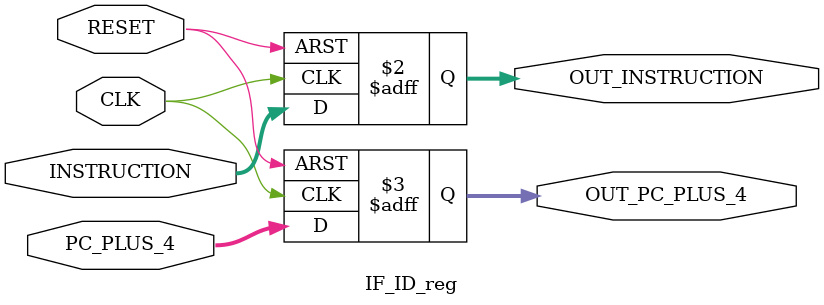
<source format=v>


`timescale 1ns/100ps

module IF_ID_reg (
    INSTRUCTION, // Input instruction from IF stage
    PC_PLUS_4,   // Input PC+4 value from IF stage
    CLK,         // Clock signal
    RESET,       // Reset signal
    OUT_INSTRUCTION, // Output instruction to ID stage
    OUT_PC_PLUS_4     // Output PC+4 value to ID stage
);

    // Defining input/output ports
    input [31:0] INSTRUCTION; // Input instruction
    input [31:0] PC_PLUS_4;   // Input PC+4 value
    input CLK;               // Clock signal
    input RESET;             // Reset signal
    output reg [31:0] OUT_INSTRUCTION; // Output instruction
    output reg [31:0] OUT_PC_PLUS_4;   // Output PC+4 value


    // On the rising edge of the clock or when reset is high
    always @ (posedge CLK or posedge RESET) begin
        if (RESET) begin
            // If reset is high, clear the output registers
            OUT_INSTRUCTION <= 32'd0;
            OUT_PC_PLUS_4 <= 32'd0;
        end else begin
            // Otherwise, capture the input values
            OUT_INSTRUCTION <= INSTRUCTION;
            OUT_PC_PLUS_4 <= PC_PLUS_4;
        end
    end
endmodule
</source>
